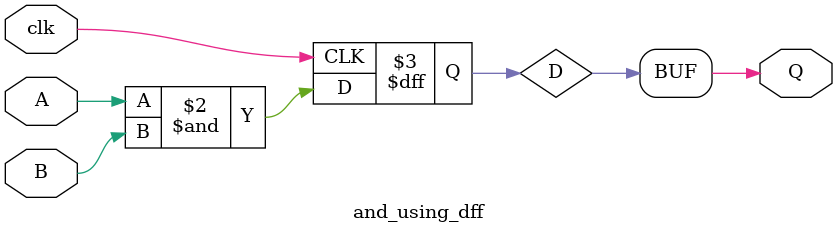
<source format=v>
module and_using_dff(
    input A, B, clk,
    output Q
);
    reg D;
    always @(posedge clk) begin
        D <= A & B;
    end
    assign Q = D;
endmodule

</source>
